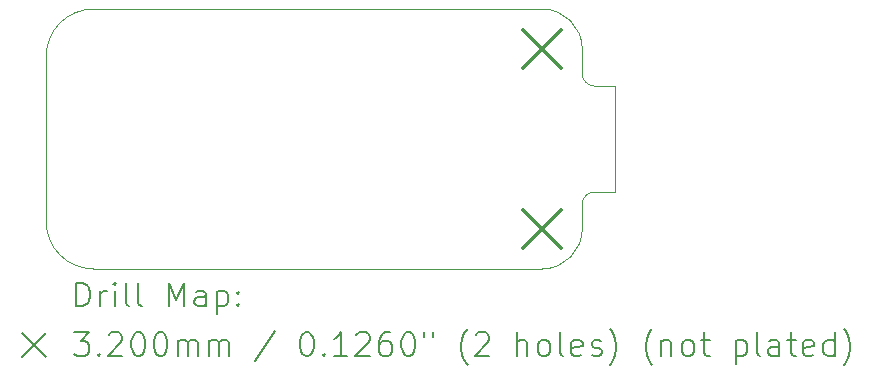
<source format=gbr>
%TF.GenerationSoftware,KiCad,Pcbnew,8.0.8*%
%TF.CreationDate,2025-02-03T14:21:23+01:00*%
%TF.ProjectId,TTS,5454532e-6b69-4636-9164-5f7063625858,rev?*%
%TF.SameCoordinates,PX2255100PY2ebae40*%
%TF.FileFunction,Drillmap*%
%TF.FilePolarity,Positive*%
%FSLAX45Y45*%
G04 Gerber Fmt 4.5, Leading zero omitted, Abs format (unit mm)*
G04 Created by KiCad (PCBNEW 8.0.8) date 2025-02-03 14:21:23*
%MOMM*%
%LPD*%
G01*
G04 APERTURE LIST*
%ADD10C,0.100000*%
%ADD11C,0.200000*%
%ADD12C,0.320000*%
G04 APERTURE END LIST*
D10*
X14100000Y1900000D02*
G75*
G02*
X14439120Y1561000I60J-339060D01*
G01*
X10300000Y-300000D02*
G75*
G02*
X9900000Y100000I0J400000D01*
G01*
X14720000Y1250000D02*
X14720000Y350000D01*
X9900000Y1500000D02*
G75*
G02*
X10300000Y1900000I400000J0D01*
G01*
X10300000Y1900000D02*
X14100000Y1900000D01*
X14539004Y1250000D02*
X14720000Y1250000D01*
X14539004Y1250000D02*
G75*
G02*
X14439120Y1350000I116J100000D01*
G01*
X14439125Y1350000D02*
X14439125Y1561000D01*
X14439125Y39000D02*
G75*
G02*
X14100000Y-300005I-339065J60D01*
G01*
X14100000Y-300000D02*
X10300000Y-300000D01*
X9900000Y1500000D02*
X9900000Y100000D01*
X14539004Y350000D02*
X14720000Y350000D01*
X14439125Y250000D02*
G75*
G02*
X14539004Y349995I99995J0D01*
G01*
X14439125Y250000D02*
X14439125Y39000D01*
D11*
D12*
X13940000Y1720000D02*
X14260000Y1400000D01*
X14260000Y1720000D02*
X13940000Y1400000D01*
X13940000Y200000D02*
X14260000Y-120000D01*
X14260000Y200000D02*
X13940000Y-120000D01*
D11*
X10155777Y-616489D02*
X10155777Y-416489D01*
X10155777Y-416489D02*
X10203396Y-416489D01*
X10203396Y-416489D02*
X10231967Y-426012D01*
X10231967Y-426012D02*
X10251015Y-445060D01*
X10251015Y-445060D02*
X10260539Y-464108D01*
X10260539Y-464108D02*
X10270063Y-502203D01*
X10270063Y-502203D02*
X10270063Y-530774D01*
X10270063Y-530774D02*
X10260539Y-568870D01*
X10260539Y-568870D02*
X10251015Y-587917D01*
X10251015Y-587917D02*
X10231967Y-606965D01*
X10231967Y-606965D02*
X10203396Y-616489D01*
X10203396Y-616489D02*
X10155777Y-616489D01*
X10355777Y-616489D02*
X10355777Y-483155D01*
X10355777Y-521251D02*
X10365301Y-502203D01*
X10365301Y-502203D02*
X10374824Y-492679D01*
X10374824Y-492679D02*
X10393872Y-483155D01*
X10393872Y-483155D02*
X10412920Y-483155D01*
X10479586Y-616489D02*
X10479586Y-483155D01*
X10479586Y-416489D02*
X10470063Y-426012D01*
X10470063Y-426012D02*
X10479586Y-435536D01*
X10479586Y-435536D02*
X10489110Y-426012D01*
X10489110Y-426012D02*
X10479586Y-416489D01*
X10479586Y-416489D02*
X10479586Y-435536D01*
X10603396Y-616489D02*
X10584348Y-606965D01*
X10584348Y-606965D02*
X10574824Y-587917D01*
X10574824Y-587917D02*
X10574824Y-416489D01*
X10708158Y-616489D02*
X10689110Y-606965D01*
X10689110Y-606965D02*
X10679586Y-587917D01*
X10679586Y-587917D02*
X10679586Y-416489D01*
X10936729Y-616489D02*
X10936729Y-416489D01*
X10936729Y-416489D02*
X11003396Y-559346D01*
X11003396Y-559346D02*
X11070063Y-416489D01*
X11070063Y-416489D02*
X11070063Y-616489D01*
X11251015Y-616489D02*
X11251015Y-511727D01*
X11251015Y-511727D02*
X11241491Y-492679D01*
X11241491Y-492679D02*
X11222443Y-483155D01*
X11222443Y-483155D02*
X11184348Y-483155D01*
X11184348Y-483155D02*
X11165301Y-492679D01*
X11251015Y-606965D02*
X11231967Y-616489D01*
X11231967Y-616489D02*
X11184348Y-616489D01*
X11184348Y-616489D02*
X11165301Y-606965D01*
X11165301Y-606965D02*
X11155777Y-587917D01*
X11155777Y-587917D02*
X11155777Y-568870D01*
X11155777Y-568870D02*
X11165301Y-549822D01*
X11165301Y-549822D02*
X11184348Y-540298D01*
X11184348Y-540298D02*
X11231967Y-540298D01*
X11231967Y-540298D02*
X11251015Y-530774D01*
X11346253Y-483155D02*
X11346253Y-683155D01*
X11346253Y-492679D02*
X11365301Y-483155D01*
X11365301Y-483155D02*
X11403396Y-483155D01*
X11403396Y-483155D02*
X11422443Y-492679D01*
X11422443Y-492679D02*
X11431967Y-502203D01*
X11431967Y-502203D02*
X11441491Y-521251D01*
X11441491Y-521251D02*
X11441491Y-578393D01*
X11441491Y-578393D02*
X11431967Y-597441D01*
X11431967Y-597441D02*
X11422443Y-606965D01*
X11422443Y-606965D02*
X11403396Y-616489D01*
X11403396Y-616489D02*
X11365301Y-616489D01*
X11365301Y-616489D02*
X11346253Y-606965D01*
X11527205Y-597441D02*
X11536729Y-606965D01*
X11536729Y-606965D02*
X11527205Y-616489D01*
X11527205Y-616489D02*
X11517682Y-606965D01*
X11517682Y-606965D02*
X11527205Y-597441D01*
X11527205Y-597441D02*
X11527205Y-616489D01*
X11527205Y-492679D02*
X11536729Y-502203D01*
X11536729Y-502203D02*
X11527205Y-511727D01*
X11527205Y-511727D02*
X11517682Y-502203D01*
X11517682Y-502203D02*
X11527205Y-492679D01*
X11527205Y-492679D02*
X11527205Y-511727D01*
X9695000Y-845005D02*
X9895000Y-1045005D01*
X9895000Y-845005D02*
X9695000Y-1045005D01*
X10136729Y-836489D02*
X10260539Y-836489D01*
X10260539Y-836489D02*
X10193872Y-912679D01*
X10193872Y-912679D02*
X10222444Y-912679D01*
X10222444Y-912679D02*
X10241491Y-922203D01*
X10241491Y-922203D02*
X10251015Y-931727D01*
X10251015Y-931727D02*
X10260539Y-950774D01*
X10260539Y-950774D02*
X10260539Y-998393D01*
X10260539Y-998393D02*
X10251015Y-1017441D01*
X10251015Y-1017441D02*
X10241491Y-1026965D01*
X10241491Y-1026965D02*
X10222444Y-1036489D01*
X10222444Y-1036489D02*
X10165301Y-1036489D01*
X10165301Y-1036489D02*
X10146253Y-1026965D01*
X10146253Y-1026965D02*
X10136729Y-1017441D01*
X10346253Y-1017441D02*
X10355777Y-1026965D01*
X10355777Y-1026965D02*
X10346253Y-1036489D01*
X10346253Y-1036489D02*
X10336729Y-1026965D01*
X10336729Y-1026965D02*
X10346253Y-1017441D01*
X10346253Y-1017441D02*
X10346253Y-1036489D01*
X10431967Y-855536D02*
X10441491Y-846012D01*
X10441491Y-846012D02*
X10460539Y-836489D01*
X10460539Y-836489D02*
X10508158Y-836489D01*
X10508158Y-836489D02*
X10527205Y-846012D01*
X10527205Y-846012D02*
X10536729Y-855536D01*
X10536729Y-855536D02*
X10546253Y-874584D01*
X10546253Y-874584D02*
X10546253Y-893631D01*
X10546253Y-893631D02*
X10536729Y-922203D01*
X10536729Y-922203D02*
X10422444Y-1036489D01*
X10422444Y-1036489D02*
X10546253Y-1036489D01*
X10670063Y-836489D02*
X10689110Y-836489D01*
X10689110Y-836489D02*
X10708158Y-846012D01*
X10708158Y-846012D02*
X10717682Y-855536D01*
X10717682Y-855536D02*
X10727205Y-874584D01*
X10727205Y-874584D02*
X10736729Y-912679D01*
X10736729Y-912679D02*
X10736729Y-960298D01*
X10736729Y-960298D02*
X10727205Y-998393D01*
X10727205Y-998393D02*
X10717682Y-1017441D01*
X10717682Y-1017441D02*
X10708158Y-1026965D01*
X10708158Y-1026965D02*
X10689110Y-1036489D01*
X10689110Y-1036489D02*
X10670063Y-1036489D01*
X10670063Y-1036489D02*
X10651015Y-1026965D01*
X10651015Y-1026965D02*
X10641491Y-1017441D01*
X10641491Y-1017441D02*
X10631967Y-998393D01*
X10631967Y-998393D02*
X10622444Y-960298D01*
X10622444Y-960298D02*
X10622444Y-912679D01*
X10622444Y-912679D02*
X10631967Y-874584D01*
X10631967Y-874584D02*
X10641491Y-855536D01*
X10641491Y-855536D02*
X10651015Y-846012D01*
X10651015Y-846012D02*
X10670063Y-836489D01*
X10860539Y-836489D02*
X10879586Y-836489D01*
X10879586Y-836489D02*
X10898634Y-846012D01*
X10898634Y-846012D02*
X10908158Y-855536D01*
X10908158Y-855536D02*
X10917682Y-874584D01*
X10917682Y-874584D02*
X10927205Y-912679D01*
X10927205Y-912679D02*
X10927205Y-960298D01*
X10927205Y-960298D02*
X10917682Y-998393D01*
X10917682Y-998393D02*
X10908158Y-1017441D01*
X10908158Y-1017441D02*
X10898634Y-1026965D01*
X10898634Y-1026965D02*
X10879586Y-1036489D01*
X10879586Y-1036489D02*
X10860539Y-1036489D01*
X10860539Y-1036489D02*
X10841491Y-1026965D01*
X10841491Y-1026965D02*
X10831967Y-1017441D01*
X10831967Y-1017441D02*
X10822444Y-998393D01*
X10822444Y-998393D02*
X10812920Y-960298D01*
X10812920Y-960298D02*
X10812920Y-912679D01*
X10812920Y-912679D02*
X10822444Y-874584D01*
X10822444Y-874584D02*
X10831967Y-855536D01*
X10831967Y-855536D02*
X10841491Y-846012D01*
X10841491Y-846012D02*
X10860539Y-836489D01*
X11012920Y-1036489D02*
X11012920Y-903155D01*
X11012920Y-922203D02*
X11022444Y-912679D01*
X11022444Y-912679D02*
X11041491Y-903155D01*
X11041491Y-903155D02*
X11070063Y-903155D01*
X11070063Y-903155D02*
X11089110Y-912679D01*
X11089110Y-912679D02*
X11098634Y-931727D01*
X11098634Y-931727D02*
X11098634Y-1036489D01*
X11098634Y-931727D02*
X11108158Y-912679D01*
X11108158Y-912679D02*
X11127205Y-903155D01*
X11127205Y-903155D02*
X11155777Y-903155D01*
X11155777Y-903155D02*
X11174825Y-912679D01*
X11174825Y-912679D02*
X11184348Y-931727D01*
X11184348Y-931727D02*
X11184348Y-1036489D01*
X11279586Y-1036489D02*
X11279586Y-903155D01*
X11279586Y-922203D02*
X11289110Y-912679D01*
X11289110Y-912679D02*
X11308158Y-903155D01*
X11308158Y-903155D02*
X11336729Y-903155D01*
X11336729Y-903155D02*
X11355777Y-912679D01*
X11355777Y-912679D02*
X11365301Y-931727D01*
X11365301Y-931727D02*
X11365301Y-1036489D01*
X11365301Y-931727D02*
X11374824Y-912679D01*
X11374824Y-912679D02*
X11393872Y-903155D01*
X11393872Y-903155D02*
X11422443Y-903155D01*
X11422443Y-903155D02*
X11441491Y-912679D01*
X11441491Y-912679D02*
X11451015Y-931727D01*
X11451015Y-931727D02*
X11451015Y-1036489D01*
X11841491Y-826965D02*
X11670063Y-1084108D01*
X12098634Y-836489D02*
X12117682Y-836489D01*
X12117682Y-836489D02*
X12136729Y-846012D01*
X12136729Y-846012D02*
X12146253Y-855536D01*
X12146253Y-855536D02*
X12155777Y-874584D01*
X12155777Y-874584D02*
X12165301Y-912679D01*
X12165301Y-912679D02*
X12165301Y-960298D01*
X12165301Y-960298D02*
X12155777Y-998393D01*
X12155777Y-998393D02*
X12146253Y-1017441D01*
X12146253Y-1017441D02*
X12136729Y-1026965D01*
X12136729Y-1026965D02*
X12117682Y-1036489D01*
X12117682Y-1036489D02*
X12098634Y-1036489D01*
X12098634Y-1036489D02*
X12079586Y-1026965D01*
X12079586Y-1026965D02*
X12070063Y-1017441D01*
X12070063Y-1017441D02*
X12060539Y-998393D01*
X12060539Y-998393D02*
X12051015Y-960298D01*
X12051015Y-960298D02*
X12051015Y-912679D01*
X12051015Y-912679D02*
X12060539Y-874584D01*
X12060539Y-874584D02*
X12070063Y-855536D01*
X12070063Y-855536D02*
X12079586Y-846012D01*
X12079586Y-846012D02*
X12098634Y-836489D01*
X12251015Y-1017441D02*
X12260539Y-1026965D01*
X12260539Y-1026965D02*
X12251015Y-1036489D01*
X12251015Y-1036489D02*
X12241491Y-1026965D01*
X12241491Y-1026965D02*
X12251015Y-1017441D01*
X12251015Y-1017441D02*
X12251015Y-1036489D01*
X12451015Y-1036489D02*
X12336729Y-1036489D01*
X12393872Y-1036489D02*
X12393872Y-836489D01*
X12393872Y-836489D02*
X12374825Y-865060D01*
X12374825Y-865060D02*
X12355777Y-884108D01*
X12355777Y-884108D02*
X12336729Y-893631D01*
X12527206Y-855536D02*
X12536729Y-846012D01*
X12536729Y-846012D02*
X12555777Y-836489D01*
X12555777Y-836489D02*
X12603396Y-836489D01*
X12603396Y-836489D02*
X12622444Y-846012D01*
X12622444Y-846012D02*
X12631967Y-855536D01*
X12631967Y-855536D02*
X12641491Y-874584D01*
X12641491Y-874584D02*
X12641491Y-893631D01*
X12641491Y-893631D02*
X12631967Y-922203D01*
X12631967Y-922203D02*
X12517682Y-1036489D01*
X12517682Y-1036489D02*
X12641491Y-1036489D01*
X12812920Y-836489D02*
X12774825Y-836489D01*
X12774825Y-836489D02*
X12755777Y-846012D01*
X12755777Y-846012D02*
X12746253Y-855536D01*
X12746253Y-855536D02*
X12727206Y-884108D01*
X12727206Y-884108D02*
X12717682Y-922203D01*
X12717682Y-922203D02*
X12717682Y-998393D01*
X12717682Y-998393D02*
X12727206Y-1017441D01*
X12727206Y-1017441D02*
X12736729Y-1026965D01*
X12736729Y-1026965D02*
X12755777Y-1036489D01*
X12755777Y-1036489D02*
X12793872Y-1036489D01*
X12793872Y-1036489D02*
X12812920Y-1026965D01*
X12812920Y-1026965D02*
X12822444Y-1017441D01*
X12822444Y-1017441D02*
X12831967Y-998393D01*
X12831967Y-998393D02*
X12831967Y-950774D01*
X12831967Y-950774D02*
X12822444Y-931727D01*
X12822444Y-931727D02*
X12812920Y-922203D01*
X12812920Y-922203D02*
X12793872Y-912679D01*
X12793872Y-912679D02*
X12755777Y-912679D01*
X12755777Y-912679D02*
X12736729Y-922203D01*
X12736729Y-922203D02*
X12727206Y-931727D01*
X12727206Y-931727D02*
X12717682Y-950774D01*
X12955777Y-836489D02*
X12974825Y-836489D01*
X12974825Y-836489D02*
X12993872Y-846012D01*
X12993872Y-846012D02*
X13003396Y-855536D01*
X13003396Y-855536D02*
X13012920Y-874584D01*
X13012920Y-874584D02*
X13022444Y-912679D01*
X13022444Y-912679D02*
X13022444Y-960298D01*
X13022444Y-960298D02*
X13012920Y-998393D01*
X13012920Y-998393D02*
X13003396Y-1017441D01*
X13003396Y-1017441D02*
X12993872Y-1026965D01*
X12993872Y-1026965D02*
X12974825Y-1036489D01*
X12974825Y-1036489D02*
X12955777Y-1036489D01*
X12955777Y-1036489D02*
X12936729Y-1026965D01*
X12936729Y-1026965D02*
X12927206Y-1017441D01*
X12927206Y-1017441D02*
X12917682Y-998393D01*
X12917682Y-998393D02*
X12908158Y-960298D01*
X12908158Y-960298D02*
X12908158Y-912679D01*
X12908158Y-912679D02*
X12917682Y-874584D01*
X12917682Y-874584D02*
X12927206Y-855536D01*
X12927206Y-855536D02*
X12936729Y-846012D01*
X12936729Y-846012D02*
X12955777Y-836489D01*
X13098634Y-836489D02*
X13098634Y-874584D01*
X13174825Y-836489D02*
X13174825Y-874584D01*
X13470063Y-1112679D02*
X13460539Y-1103155D01*
X13460539Y-1103155D02*
X13441491Y-1074584D01*
X13441491Y-1074584D02*
X13431968Y-1055536D01*
X13431968Y-1055536D02*
X13422444Y-1026965D01*
X13422444Y-1026965D02*
X13412920Y-979346D01*
X13412920Y-979346D02*
X13412920Y-941251D01*
X13412920Y-941251D02*
X13422444Y-893631D01*
X13422444Y-893631D02*
X13431968Y-865060D01*
X13431968Y-865060D02*
X13441491Y-846012D01*
X13441491Y-846012D02*
X13460539Y-817441D01*
X13460539Y-817441D02*
X13470063Y-807917D01*
X13536729Y-855536D02*
X13546253Y-846012D01*
X13546253Y-846012D02*
X13565301Y-836489D01*
X13565301Y-836489D02*
X13612920Y-836489D01*
X13612920Y-836489D02*
X13631968Y-846012D01*
X13631968Y-846012D02*
X13641491Y-855536D01*
X13641491Y-855536D02*
X13651015Y-874584D01*
X13651015Y-874584D02*
X13651015Y-893631D01*
X13651015Y-893631D02*
X13641491Y-922203D01*
X13641491Y-922203D02*
X13527206Y-1036489D01*
X13527206Y-1036489D02*
X13651015Y-1036489D01*
X13889110Y-1036489D02*
X13889110Y-836489D01*
X13974825Y-1036489D02*
X13974825Y-931727D01*
X13974825Y-931727D02*
X13965301Y-912679D01*
X13965301Y-912679D02*
X13946253Y-903155D01*
X13946253Y-903155D02*
X13917682Y-903155D01*
X13917682Y-903155D02*
X13898634Y-912679D01*
X13898634Y-912679D02*
X13889110Y-922203D01*
X14098634Y-1036489D02*
X14079587Y-1026965D01*
X14079587Y-1026965D02*
X14070063Y-1017441D01*
X14070063Y-1017441D02*
X14060539Y-998393D01*
X14060539Y-998393D02*
X14060539Y-941251D01*
X14060539Y-941251D02*
X14070063Y-922203D01*
X14070063Y-922203D02*
X14079587Y-912679D01*
X14079587Y-912679D02*
X14098634Y-903155D01*
X14098634Y-903155D02*
X14127206Y-903155D01*
X14127206Y-903155D02*
X14146253Y-912679D01*
X14146253Y-912679D02*
X14155777Y-922203D01*
X14155777Y-922203D02*
X14165301Y-941251D01*
X14165301Y-941251D02*
X14165301Y-998393D01*
X14165301Y-998393D02*
X14155777Y-1017441D01*
X14155777Y-1017441D02*
X14146253Y-1026965D01*
X14146253Y-1026965D02*
X14127206Y-1036489D01*
X14127206Y-1036489D02*
X14098634Y-1036489D01*
X14279587Y-1036489D02*
X14260539Y-1026965D01*
X14260539Y-1026965D02*
X14251015Y-1007917D01*
X14251015Y-1007917D02*
X14251015Y-836489D01*
X14431968Y-1026965D02*
X14412920Y-1036489D01*
X14412920Y-1036489D02*
X14374825Y-1036489D01*
X14374825Y-1036489D02*
X14355777Y-1026965D01*
X14355777Y-1026965D02*
X14346253Y-1007917D01*
X14346253Y-1007917D02*
X14346253Y-931727D01*
X14346253Y-931727D02*
X14355777Y-912679D01*
X14355777Y-912679D02*
X14374825Y-903155D01*
X14374825Y-903155D02*
X14412920Y-903155D01*
X14412920Y-903155D02*
X14431968Y-912679D01*
X14431968Y-912679D02*
X14441491Y-931727D01*
X14441491Y-931727D02*
X14441491Y-950774D01*
X14441491Y-950774D02*
X14346253Y-969822D01*
X14517682Y-1026965D02*
X14536730Y-1036489D01*
X14536730Y-1036489D02*
X14574825Y-1036489D01*
X14574825Y-1036489D02*
X14593872Y-1026965D01*
X14593872Y-1026965D02*
X14603396Y-1007917D01*
X14603396Y-1007917D02*
X14603396Y-998393D01*
X14603396Y-998393D02*
X14593872Y-979346D01*
X14593872Y-979346D02*
X14574825Y-969822D01*
X14574825Y-969822D02*
X14546253Y-969822D01*
X14546253Y-969822D02*
X14527206Y-960298D01*
X14527206Y-960298D02*
X14517682Y-941251D01*
X14517682Y-941251D02*
X14517682Y-931727D01*
X14517682Y-931727D02*
X14527206Y-912679D01*
X14527206Y-912679D02*
X14546253Y-903155D01*
X14546253Y-903155D02*
X14574825Y-903155D01*
X14574825Y-903155D02*
X14593872Y-912679D01*
X14670063Y-1112679D02*
X14679587Y-1103155D01*
X14679587Y-1103155D02*
X14698634Y-1074584D01*
X14698634Y-1074584D02*
X14708158Y-1055536D01*
X14708158Y-1055536D02*
X14717682Y-1026965D01*
X14717682Y-1026965D02*
X14727206Y-979346D01*
X14727206Y-979346D02*
X14727206Y-941251D01*
X14727206Y-941251D02*
X14717682Y-893631D01*
X14717682Y-893631D02*
X14708158Y-865060D01*
X14708158Y-865060D02*
X14698634Y-846012D01*
X14698634Y-846012D02*
X14679587Y-817441D01*
X14679587Y-817441D02*
X14670063Y-807917D01*
X15031968Y-1112679D02*
X15022444Y-1103155D01*
X15022444Y-1103155D02*
X15003396Y-1074584D01*
X15003396Y-1074584D02*
X14993872Y-1055536D01*
X14993872Y-1055536D02*
X14984349Y-1026965D01*
X14984349Y-1026965D02*
X14974825Y-979346D01*
X14974825Y-979346D02*
X14974825Y-941251D01*
X14974825Y-941251D02*
X14984349Y-893631D01*
X14984349Y-893631D02*
X14993872Y-865060D01*
X14993872Y-865060D02*
X15003396Y-846012D01*
X15003396Y-846012D02*
X15022444Y-817441D01*
X15022444Y-817441D02*
X15031968Y-807917D01*
X15108158Y-903155D02*
X15108158Y-1036489D01*
X15108158Y-922203D02*
X15117682Y-912679D01*
X15117682Y-912679D02*
X15136730Y-903155D01*
X15136730Y-903155D02*
X15165301Y-903155D01*
X15165301Y-903155D02*
X15184349Y-912679D01*
X15184349Y-912679D02*
X15193872Y-931727D01*
X15193872Y-931727D02*
X15193872Y-1036489D01*
X15317682Y-1036489D02*
X15298634Y-1026965D01*
X15298634Y-1026965D02*
X15289111Y-1017441D01*
X15289111Y-1017441D02*
X15279587Y-998393D01*
X15279587Y-998393D02*
X15279587Y-941251D01*
X15279587Y-941251D02*
X15289111Y-922203D01*
X15289111Y-922203D02*
X15298634Y-912679D01*
X15298634Y-912679D02*
X15317682Y-903155D01*
X15317682Y-903155D02*
X15346253Y-903155D01*
X15346253Y-903155D02*
X15365301Y-912679D01*
X15365301Y-912679D02*
X15374825Y-922203D01*
X15374825Y-922203D02*
X15384349Y-941251D01*
X15384349Y-941251D02*
X15384349Y-998393D01*
X15384349Y-998393D02*
X15374825Y-1017441D01*
X15374825Y-1017441D02*
X15365301Y-1026965D01*
X15365301Y-1026965D02*
X15346253Y-1036489D01*
X15346253Y-1036489D02*
X15317682Y-1036489D01*
X15441492Y-903155D02*
X15517682Y-903155D01*
X15470063Y-836489D02*
X15470063Y-1007917D01*
X15470063Y-1007917D02*
X15479587Y-1026965D01*
X15479587Y-1026965D02*
X15498634Y-1036489D01*
X15498634Y-1036489D02*
X15517682Y-1036489D01*
X15736730Y-903155D02*
X15736730Y-1103155D01*
X15736730Y-912679D02*
X15755777Y-903155D01*
X15755777Y-903155D02*
X15793873Y-903155D01*
X15793873Y-903155D02*
X15812920Y-912679D01*
X15812920Y-912679D02*
X15822444Y-922203D01*
X15822444Y-922203D02*
X15831968Y-941251D01*
X15831968Y-941251D02*
X15831968Y-998393D01*
X15831968Y-998393D02*
X15822444Y-1017441D01*
X15822444Y-1017441D02*
X15812920Y-1026965D01*
X15812920Y-1026965D02*
X15793873Y-1036489D01*
X15793873Y-1036489D02*
X15755777Y-1036489D01*
X15755777Y-1036489D02*
X15736730Y-1026965D01*
X15946253Y-1036489D02*
X15927206Y-1026965D01*
X15927206Y-1026965D02*
X15917682Y-1007917D01*
X15917682Y-1007917D02*
X15917682Y-836489D01*
X16108158Y-1036489D02*
X16108158Y-931727D01*
X16108158Y-931727D02*
X16098634Y-912679D01*
X16098634Y-912679D02*
X16079587Y-903155D01*
X16079587Y-903155D02*
X16041492Y-903155D01*
X16041492Y-903155D02*
X16022444Y-912679D01*
X16108158Y-1026965D02*
X16089111Y-1036489D01*
X16089111Y-1036489D02*
X16041492Y-1036489D01*
X16041492Y-1036489D02*
X16022444Y-1026965D01*
X16022444Y-1026965D02*
X16012920Y-1007917D01*
X16012920Y-1007917D02*
X16012920Y-988870D01*
X16012920Y-988870D02*
X16022444Y-969822D01*
X16022444Y-969822D02*
X16041492Y-960298D01*
X16041492Y-960298D02*
X16089111Y-960298D01*
X16089111Y-960298D02*
X16108158Y-950774D01*
X16174825Y-903155D02*
X16251015Y-903155D01*
X16203396Y-836489D02*
X16203396Y-1007917D01*
X16203396Y-1007917D02*
X16212920Y-1026965D01*
X16212920Y-1026965D02*
X16231968Y-1036489D01*
X16231968Y-1036489D02*
X16251015Y-1036489D01*
X16393873Y-1026965D02*
X16374825Y-1036489D01*
X16374825Y-1036489D02*
X16336730Y-1036489D01*
X16336730Y-1036489D02*
X16317682Y-1026965D01*
X16317682Y-1026965D02*
X16308158Y-1007917D01*
X16308158Y-1007917D02*
X16308158Y-931727D01*
X16308158Y-931727D02*
X16317682Y-912679D01*
X16317682Y-912679D02*
X16336730Y-903155D01*
X16336730Y-903155D02*
X16374825Y-903155D01*
X16374825Y-903155D02*
X16393873Y-912679D01*
X16393873Y-912679D02*
X16403396Y-931727D01*
X16403396Y-931727D02*
X16403396Y-950774D01*
X16403396Y-950774D02*
X16308158Y-969822D01*
X16574825Y-1036489D02*
X16574825Y-836489D01*
X16574825Y-1026965D02*
X16555777Y-1036489D01*
X16555777Y-1036489D02*
X16517682Y-1036489D01*
X16517682Y-1036489D02*
X16498634Y-1026965D01*
X16498634Y-1026965D02*
X16489111Y-1017441D01*
X16489111Y-1017441D02*
X16479587Y-998393D01*
X16479587Y-998393D02*
X16479587Y-941251D01*
X16479587Y-941251D02*
X16489111Y-922203D01*
X16489111Y-922203D02*
X16498634Y-912679D01*
X16498634Y-912679D02*
X16517682Y-903155D01*
X16517682Y-903155D02*
X16555777Y-903155D01*
X16555777Y-903155D02*
X16574825Y-912679D01*
X16651015Y-1112679D02*
X16660539Y-1103155D01*
X16660539Y-1103155D02*
X16679587Y-1074584D01*
X16679587Y-1074584D02*
X16689111Y-1055536D01*
X16689111Y-1055536D02*
X16698634Y-1026965D01*
X16698634Y-1026965D02*
X16708158Y-979346D01*
X16708158Y-979346D02*
X16708158Y-941251D01*
X16708158Y-941251D02*
X16698634Y-893631D01*
X16698634Y-893631D02*
X16689111Y-865060D01*
X16689111Y-865060D02*
X16679587Y-846012D01*
X16679587Y-846012D02*
X16660539Y-817441D01*
X16660539Y-817441D02*
X16651015Y-807917D01*
M02*

</source>
